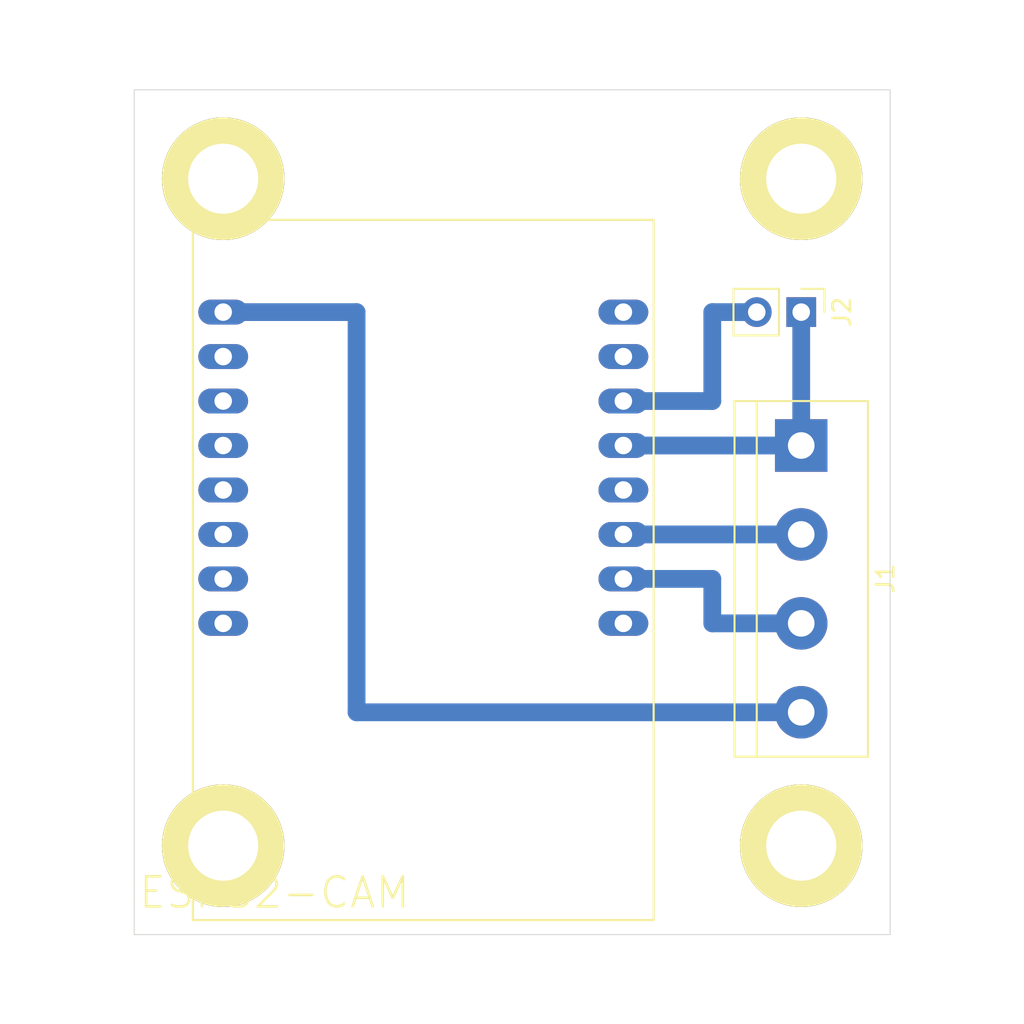
<source format=kicad_pcb>
(kicad_pcb (version 20240108) (generator "pcbnew") (generator_version "8.0")
  (layers (0 "F.Cu" signal) (31 "B.Cu" signal) (34 "B.Paste" user) (35 "F.Paste" user) (36 "B.SilkS" user "B.Silkscreen") (37 "F.SilkS" user "F.Silkscreen") (38 "B.Mask" user) (39 "F.Mask" user) (44 "Edge.Cuts" user))
  (net 0 "")
  (net 5 "IO0")
  (net 11 "U0T")
  (net 12 "5V")
  (net 13 "GND")
  (net 14 "U0R")
  (footprint "ProyectoTdL:UnTornillo" (layer "F.Cu") (at 134.62 71.12)
    (property "Reference" "XA1" (hide yes))
    (property "Value" "Conn_PonchoMP_2x_20x2" (hide yes))
    (pad "~" thru_hole circle (at 0 0) (size 7 7) (drill 4) (layers "*.Cu" "*.Mask" "F.SilkS"))
  )
  (footprint "ProyectoTdL:TerminalBlock_bornier-4_P5.08mm" (layer "F.Cu") (at 134.62 86.36 -90)
    (property "Reference" "J1" (at 7.6 -4.8 90) (layer "F.SilkS"))
    (property "Value" "Screw_Terminal_01x04")
    (fp_line (start -2.54 3.81) (end 17.78 3.81) (stroke (width 0.12)) (layer "F.SilkS"))
    (fp_line (start 17.78 3.81) (end 17.78 -3.81) (stroke (width 0.12)) (layer "F.SilkS"))
    (fp_line (start 17.78 2.54) (end -2.54 2.54) (stroke (width 0.12)) (layer "F.SilkS"))
    (fp_line (start -2.54 -3.81) (end -2.54 3.81) (stroke (width 0.12)) (layer "F.SilkS"))
    (fp_line (start -2.54 -3.81) (end 17.78 -3.81) (stroke (width 0.12)) (layer "F.SilkS"))
    (pad "1" thru_hole rect (at 0 0 270) (size 3 3) (drill 1.52) (layers "*.Cu" "*.Mask") (net 13 "GND"))
    (pad "2" thru_hole circle (at 5.08 0 270) (size 3 3) (drill 1.52) (layers "*.Cu" "*.Mask") (net 14 "U0R"))
    (pad "3" thru_hole circle (at 10.16 0 270) (size 3 3) (drill 1.52) (layers "*.Cu" "*.Mask") (net 11 "U0T"))
    (pad "4" thru_hole circle (at 15.24 0 270) (size 3 3) (drill 1.52) (layers "*.Cu" "*.Mask") (net 12 "5V"))
  )
  (footprint "ESP32-CAM:ESP32-CAM" (layer "F.Cu") (at 113.03 88.9)
    (property "Reference" "U1" (at -9.525 -17.145 0) (layer "F.SilkS"))
    (property "Value" "ESP32-CAM")
    (fp_line (start -13.16 -15.43) (end 13.16 -15.43) (stroke (width 0.127)) (layer "F.SilkS"))
    (fp_line (start -13.16 24.57) (end -13.16 -15.43) (stroke (width 0.127)) (layer "F.SilkS"))
    (fp_line (start 13.16 -15.43) (end 13.16 24.57) (stroke (width 0.127)) (layer "F.SilkS"))
    (fp_line (start 13.16 24.57) (end -13.16 24.57) (stroke (width 0.127)) (layer "F.SilkS"))
    (fp_text user "ESP32-CAM" (at -8.5 23 0) (layer "F.SilkS") (effects (font (size 1.72 1.72))))
    (pad "P$1" thru_hole oval (at -11.43 -10.16) (size 2.8448 1.4224) (drill 1) (layers "*.Cu" "*.Mask") (net 12 "5V"))
    (pad "P$2" thru_hole oval (at -11.43 -7.62) (size 2.8448 1.4224) (drill 1) (layers "*.Cu" "*.Mask") (net 13 "GND"))
    (pad "P$3" thru_hole oval (at -11.43 -5.08) (size 2.8448 1.4224) (drill 1) (layers "*.Cu" "*.Mask"))
    (pad "P$4" thru_hole oval (at -11.43 -2.54) (size 2.8448 1.4224) (drill 1) (layers "*.Cu" "*.Mask"))
    (pad "P$5" thru_hole oval (at -11.43 0) (size 2.8448 1.4224) (drill 1) (layers "*.Cu" "*.Mask"))
    (pad "P$6" thru_hole oval (at -11.43 2.54) (size 2.8448 1.4224) (drill 1) (layers "*.Cu" "*.Mask"))
    (pad "P$7" thru_hole oval (at -11.43 5.08) (size 2.8448 1.4224) (drill 1) (layers "*.Cu" "*.Mask"))
    (pad "P$8" thru_hole oval (at -11.43 7.62) (size 2.8448 1.4224) (drill 1) (layers "*.Cu" "*.Mask"))
    (pad "P$9" thru_hole oval (at 11.43 7.62) (size 2.8448 1.4224) (drill 1) (layers "*.Cu" "*.Mask") (net 13 "GND"))
    (pad "P$10" thru_hole oval (at 11.43 5.08) (size 2.8448 1.4224) (drill 1) (layers "*.Cu" "*.Mask") (net 11 "U0T"))
    (pad "P$11" thru_hole oval (at 11.43 2.54) (size 2.8448 1.4224) (drill 1) (layers "*.Cu" "*.Mask") (net 14 "U0R"))
    (pad "P$12" thru_hole oval (at 11.43 0) (size 2.8448 1.4224) (drill 1) (layers "*.Cu" "*.Mask"))
    (pad "P$13" thru_hole oval (at 11.43 -2.54) (size 2.8448 1.4224) (drill 1) (layers "*.Cu" "*.Mask") (net 13 "GND"))
    (pad "P$14" thru_hole oval (at 11.43 -5.08) (size 2.8448 1.4224) (drill 1) (layers "*.Cu" "*.Mask") (net 5 "IO0"))
    (pad "P$15" thru_hole oval (at 11.43 -7.62) (size 2.8448 1.4224) (drill 1) (layers "*.Cu" "*.Mask"))
    (pad "P$16" thru_hole oval (at 11.43 -10.16) (size 2.8448 1.4224) (drill 1) (layers "*.Cu" "*.Mask"))
  )
  (footprint "ProyectoTdL:UnTornillo" (layer "F.Cu") (at 101.6 109.22)
    (property "Reference" "XA1" (hide yes))
    (property "Value" "Conn_PonchoMP_2x_20x2" (hide yes))
    (pad "~" thru_hole circle (at 0 0) (size 7 7) (drill 4) (layers "*.Cu" "*.Mask" "F.SilkS"))
  )
  (footprint "ProyectoTdL:UnTornillo" (layer "F.Cu") (at 134.62 109.22)
    (property "Reference" "XA1" (hide yes))
    (property "Value" "Conn_PonchoMP_2x_20x2" (hide yes))
    (pad "~" thru_hole circle (at 0 0) (size 7 7) (drill 4) (layers "*.Cu" "*.Mask" "F.SilkS"))
  )
  (footprint "ProyectoTdL:UnTornillo" (layer "F.Cu") (at 101.6 71.12)
    (property "Reference" "XA1" (hide yes))
    (property "Value" "Conn_PonchoMP_2x_20x2" (hide yes))
    (pad "~" thru_hole circle (at 0 0) (size 7 7) (drill 4) (layers "*.Cu" "*.Mask" "F.SilkS"))
  )
  (footprint "Connector_PinHeader_2.54mm:PinHeader_1x02_P2.54mm_Vertical" (layer "F.Cu") (at 134.62 78.74 -90)
    (property "Reference" "J2" (at 0 -2.33 90) (layer "F.SilkS"))
    (property "Value" "Conn_01x02_Pin")
    (fp_line (start -1.33 3.87) (end 1.33 3.87) (stroke (width 0.12)) (layer "F.SilkS"))
    (fp_line (start -1.33 1.27) (end -1.33 3.87) (stroke (width 0.12)) (layer "F.SilkS"))
    (fp_line (start -1.33 1.27) (end 1.33 1.27) (stroke (width 0.12)) (layer "F.SilkS"))
    (fp_line (start 1.33 1.27) (end 1.33 3.87) (stroke (width 0.12)) (layer "F.SilkS"))
    (fp_line (start -1.33 0) (end -1.33 -1.33) (stroke (width 0.12)) (layer "F.SilkS"))
    (fp_line (start -1.33 -1.33) (end 0 -1.33) (stroke (width 0.12)) (layer "F.SilkS"))
    (pad "1" thru_hole rect (at 0 0 270) (size 1.7 1.7) (drill 1) (layers "*.Cu" "*.Mask") (net 13 "GND"))
    (pad "2" thru_hole oval (at 0 2.54 270) (size 1.7 1.7) (drill 1) (layers "*.Cu" "*.Mask") (net 5 "IO0"))
  )
  (gr_line (start 96.52 114.3) (end 139.7 114.3) (stroke (width 0.05)) (layer "Edge.Cuts"))
  (gr_line (start 96.52 66.04) (end 96.52 114.3) (stroke (width 0.05)) (layer "Edge.Cuts"))
  (gr_line (start 139.7 114.3) (end 139.7 66.04) (stroke (width 0.05)) (layer "Edge.Cuts"))
  (gr_line (start 139.7 66.04) (end 96.52 66.04) (stroke (width 0.05)) (layer "Edge.Cuts"))
  (segment (start 124.46 83.82) (end 129.54 83.82) (width 1.016) (layer "B.Cu") (net 5))
  (segment (start 129.54 78.74) (end 132.08 78.74) (width 1.016) (layer "B.Cu") (net 5))
  (segment (start 129.54 83.82) (end 129.54 78.74) (width 1.016) (layer "B.Cu") (net 5))
  (segment (start 129.54 96.52) (end 134.62 96.52) (width 1.016) (layer "B.Cu") (net 11))
  (segment (start 129.54 93.98) (end 129.54 96.52) (width 1.016) (layer "B.Cu") (net 11))
  (segment (start 124.46 93.98) (end 129.54 93.98) (width 1.016) (layer "B.Cu") (net 11))
  (segment (start 101.6 78.74) (end 109.22 78.74) (width 1.016) (layer "B.Cu") (net 12))
  (segment (start 109.22 78.74) (end 109.22 101.6) (width 1.016) (layer "B.Cu") (net 12))
  (segment (start 109.22 101.6) (end 134.62 101.6) (width 1.016) (layer "B.Cu") (net 12))
  (segment (start 134.62 86.36) (end 134.62 78.74) (width 1.016) (layer "B.Cu") (net 13))
  (segment (start 124.46 86.36) (end 134.62 86.36) (width 1.016) (layer "B.Cu") (net 13))
  (segment (start 124.46 91.44) (end 134.62 91.44) (width 1.016) (layer "B.Cu") (net 14))
)
</source>
